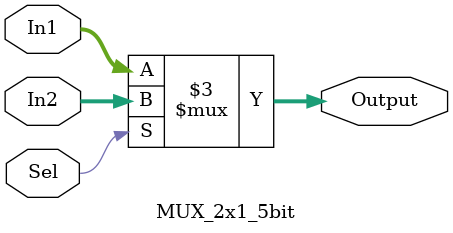
<source format=v>

module MUX_2x1_8bits (In1,In2,Sel,Output);

input [7:0] In1 , In2 ;
input Sel;
output reg [7:0] Output ;
 
always @(In1 or In2 or Sel)
begin

if(Sel)
Output <= In2 ;
else 
Output <= In1 ;
end


endmodule 

//================================================================================================================================

module Mux3x1_32 ( muxOut, in0, in1, in2, muxSel );
input [31:0] in0, in1, in2;
input [1:0] muxSel;

output reg [31:0] muxOut;

always@ (in0 or in1 or in2 or muxSel)
begin 

muxOut<= ( muxSel==0 )? in0 :
         ( muxSel==1 )? in1 :
         ( muxSel==2 )? in2 :
          32'bx;

end

endmodule

//================================================================================================================================

module MUX_2x1_32bit (In1,In2,Sel,Output);

input signed [31:0] In1 , In2 ;
input Sel;
output reg signed [31:0] Output;

always @(In1 or In2 or Sel)
begin

if(Sel)
Output <= In2 ;

else 
Output <= In1 ;

end
endmodule 

//================================================================================================================================

module MUX_2x1_5bit (In1,In2,Sel,Output);

input signed [4:0] In1 , In2 ;
input Sel;
output reg signed [4:0] Output;

always @(In1 or In2 or Sel)
begin

if(Sel)
Output <= In2 ;

else 
Output <= In1 ;

end
endmodule 

</source>
